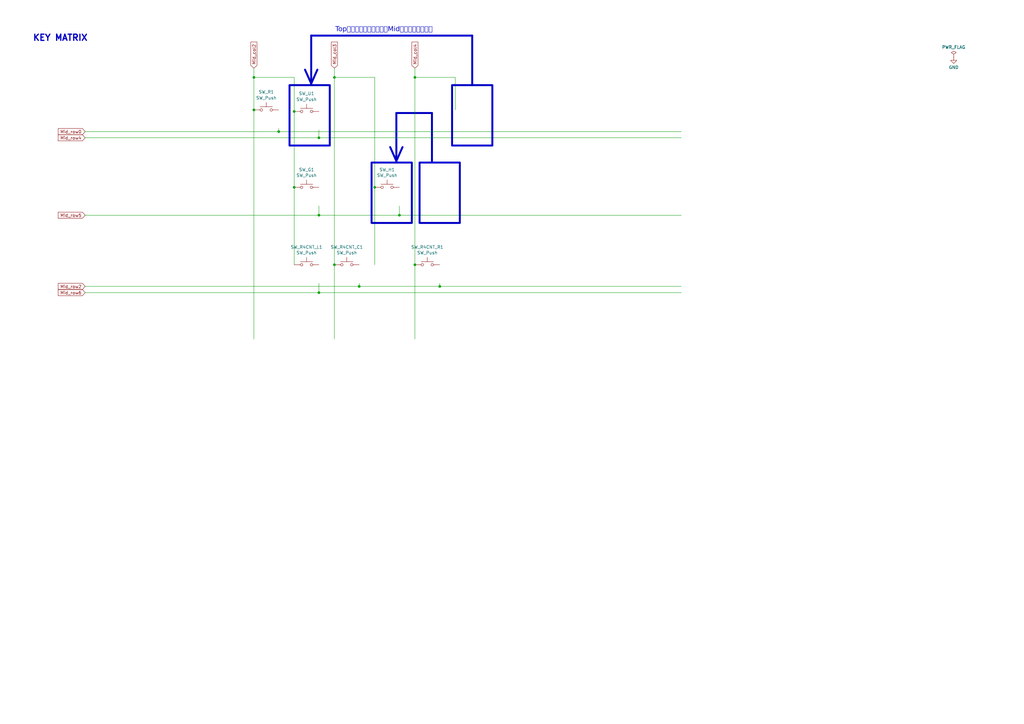
<source format=kicad_sch>
(kicad_sch (version 20231120) (generator "eeschema") (generator_version "8.0")
  (paper "A3")
  (title_block (title "Sandy") (date "2023-01-04") (rev "v.0") (company "@jpskenn"))
  (lib_symbols
    (symbol "Switch:SW_Push" (pin_numbers hide) (pin_names (offset 1.016) hide)
      (property "Reference" "SW" (at 1.27 2.54 0))
      (property "Value" "SW_Push" (at 0 -1.524 0))
      (symbol "SW_Push_0_1"
        (circle (center -2.032 0) (radius 0.508))
        (polyline (pts (xy 0 1.27) (xy 0 3.048)))
        (polyline (pts (xy 2.54 1.27) (xy -2.54 1.27)))
        (circle (center 2.032 0) (radius 0.508))
        (pin passive line (at -5.08 0 0) (length 2.54) (name "1") (number "1"))
        (pin passive line (at 5.08 0 180) (length 2.54) (name "2") (number "2"))
      )
    )
    (symbol "power:GND" (power) (pin_numbers hide) (pin_names (offset 0) hide)
      (property "Value" "GND" (at 0 -3.81 0))
      (symbol "GND_0_1"
        (polyline (pts (xy 0 0) (xy 0 -1.27) (xy 1.27 -1.27) (xy 0 -2.54) (xy -1.27 -1.27) (xy 0 -1.27)))
      )
      (symbol "GND_1_1"
        (pin power_in line (at 0 0 270) (length 0) (name "~") (number "1"))
      )
    )
    (symbol "power:PWR_FLAG" (power) (pin_numbers hide) (pin_names (offset 0) hide)
      (property "Value" "PWR_FLAG" (at 0 3.81 0))
      (symbol "PWR_FLAG_0_0"
        (pin power_out line (at 0 0 90) (length 0) (name "~") (number "1"))
      )
      (symbol "PWR_FLAG_0_1"
        (polyline (pts (xy 0 0) (xy 0 1.27) (xy -1.016 1.905) (xy 0 2.54) (xy 1.016 1.905) (xy 0 1.27)))
      )
    )
  )
  (bus_alias "def-a" (members "row0" "row5" "col0" "col1"))
  (junction (at 104.14 31.75))
  (junction (at 163.83 88.265))
  (junction (at 180.34 117.475))
  (junction (at 147.32 117.475))
  (junction (at 153.67 76.835))
  (junction (at 137.16 31.75))
  (junction (at 130.81 120.015))
  (junction (at 120.65 45.72))
  (junction (at 170.18 31.75))
  (junction (at 130.81 88.265))
  (junction (at 104.14 45.085))
  (junction (at 130.81 56.515))
  (junction (at 120.65 76.835))
  (junction (at 170.18 108.585))
  (junction (at 137.16 108.585))
  (junction (at 114.3 53.975))
  (polyline (pts (xy 193.675 34.925) (xy 193.675 14.605)) (stroke (width 0.8)))
  (wire (pts (xy 180.34 117.475) (xy 279.4 117.475)))
  (wire (pts (xy 114.3 53.975) (xy 279.4 53.975)))
  (wire (pts (xy 170.18 31.75) (xy 170.18 108.585)))
  (wire (pts (xy 163.83 84.455) (xy 163.83 88.265)))
  (wire (pts (xy 170.18 108.585) (xy 170.18 139.065)))
  (wire (pts (xy 34.925 88.265) (xy 130.81 88.265)))
  (wire (pts (xy 153.67 31.75) (xy 137.16 31.75)))
  (polyline (pts (xy 193.675 14.605) (xy 127.635 14.605)) (stroke (width 0.8)))
  (polyline (pts (xy 127.635 34.29) (xy 125.095 28.575)) (stroke (width 0.8)))
  (polyline (pts (xy 162.56 66.04) (xy 165.1 60.325)) (stroke (width 0.8)))
  (polyline (pts (xy 127.635 14.605) (xy 127.635 34.29)) (stroke (width 0.8)))
  (polyline (pts (xy 127.635 34.29) (xy 130.175 28.575)) (stroke (width 0.8)))
  (wire (pts (xy 104.14 31.75) (xy 104.14 45.085)))
  (wire (pts (xy 130.81 120.015) (xy 279.4 120.015)))
  (wire (pts (xy 120.65 31.75) (xy 120.65 45.72)))
  (wire (pts (xy 170.18 27.94) (xy 170.18 31.75)))
  (polyline (pts (xy 162.56 46.355) (xy 162.56 66.04)) (stroke (width 0.8)))
  (wire (pts (xy 137.16 27.94) (xy 137.16 31.75)))
  (wire (pts (xy 114.3 52.705) (xy 114.3 53.975)))
  (wire (pts (xy 153.67 76.835) (xy 153.67 108.585)))
  (wire (pts (xy 130.81 84.455) (xy 130.81 88.265)))
  (wire (pts (xy 34.925 120.015) (xy 130.81 120.015)))
  (wire (pts (xy 163.83 88.265) (xy 279.4 88.265)))
  (polyline (pts (xy 162.56 66.04) (xy 160.02 60.325)) (stroke (width 0.8)))
  (wire (pts (xy 186.69 31.75) (xy 186.69 45.085)))
  (wire (pts (xy 180.34 116.205) (xy 180.34 117.475)))
  (wire (pts (xy 104.14 27.94) (xy 104.14 31.75)))
  (wire (pts (xy 120.65 45.72) (xy 120.65 76.835)))
  (wire (pts (xy 186.69 31.75) (xy 170.18 31.75)))
  (polyline (pts (xy 177.165 66.675) (xy 177.165 46.355)) (stroke (width 0.8)))
  (polyline (pts (xy 177.165 46.355) (xy 162.56 46.355)) (stroke (width 0.8)))
  (wire (pts (xy 34.925 56.515) (xy 130.81 56.515)))
  (wire (pts (xy 104.14 45.085) (xy 104.14 139.065)))
  (wire (pts (xy 137.16 108.585) (xy 137.16 139.065)))
  (wire (pts (xy 130.81 116.205) (xy 130.81 120.015)))
  (wire (pts (xy 147.32 116.205) (xy 147.32 117.475)))
  (wire (pts (xy 153.67 31.75) (xy 153.67 76.835)))
  (wire (pts (xy 147.32 117.475) (xy 180.34 117.475)))
  (wire (pts (xy 34.925 53.975) (xy 114.3 53.975)))
  (wire (pts (xy 130.81 56.515) (xy 279.4 56.515)))
  (wire (pts (xy 130.81 53.34) (xy 130.81 56.515)))
  (wire (pts (xy 120.65 76.835) (xy 120.65 108.585)))
  (wire (pts (xy 120.65 31.75) (xy 104.14 31.75)))
  (wire (pts (xy 137.16 31.75) (xy 137.16 108.585)))
  (wire (pts (xy 130.81 88.265) (xy 163.83 88.265)))
  (wire (pts (xy 34.925 117.475) (xy 147.32 117.475)))
  (rectangle (start 172.085 66.675) (end 188.595 91.44) (stroke (width 0.8)))
  (rectangle (start 185.42 34.925) (end 201.93 59.69) (stroke (width 0.8)))
  (rectangle (start 118.745 34.925) (end 135.255 59.69) (stroke (width 0.8)))
  (rectangle (start 152.4 66.675) (end 168.91 91.44) (stroke (width 0.8)))
  (text "Topのピン数を減らすためMidのスイッチを移動\n" (at 157.48 12.7 0) (effects (font (size 2 2))))
  (text "KEY MATRIX" (at 13.335 17.145 0) (effects (font (size 2.54 2.54) (thickness 0.508) (bold yes)) (justify left bottom)))
  (global_label "Mid_row5" (shape input) (at 34.925 88.265 180) (property "Intersheetrefs" "${INTERSHEET_REFS}" (effects (hide yes))) (property "シート間のリファレンス" "${INTERSHEET_REFS}" (effects (hide yes))))
  (global_label "Mid_col3" (shape input) (at 137.16 27.94 90) (property "Intersheetrefs" "${INTERSHEET_REFS}" (effects (hide yes))) (property "シート間のリファレンス" "${INTERSHEET_REFS}" (effects (hide yes))))
  (global_label "Mid_col4" (shape input) (at 170.18 27.94 90) (property "Intersheetrefs" "${INTERSHEET_REFS}" (effects (hide yes))) (property "シート間のリファレンス" "${INTERSHEET_REFS}" (effects (hide yes))))
  (global_label "Mid_row2" (shape input) (at 34.925 117.475 180) (property "Intersheetrefs" "${INTERSHEET_REFS}" (effects (hide yes))) (property "シート間のリファレンス" "${INTERSHEET_REFS}" (effects (hide yes))))
  (global_label "Mid_row0" (shape input) (at 34.925 53.975 180) (property "Intersheetrefs" "${INTERSHEET_REFS}" (effects (hide yes))) (property "シート間のリファレンス" "${INTERSHEET_REFS}" (effects (hide yes))))
  (global_label "Mid_row4" (shape input) (at 34.925 56.515 180) (property "Intersheetrefs" "${INTERSHEET_REFS}" (effects (hide yes))) (property "シート間のリファレンス" "${INTERSHEET_REFS}" (effects (hide yes))))
  (global_label "Mid_col2" (shape input) (at 104.14 27.94 90) (property "Intersheetrefs" "${INTERSHEET_REFS}" (effects (hide yes))) (property "シート間のリファレンス" "${INTERSHEET_REFS}" (effects (hide yes))))
  (global_label "Mid_row6" (shape input) (at 34.925 120.015 180) (property "Intersheetrefs" "${INTERSHEET_REFS}" (effects (hide yes))) (property "シート間のリファレンス" "${INTERSHEET_REFS}" (effects (hide yes))))
  (symbol (lib_id "Switch:SW_Push") (at 158.75 76.835 0) (unit 1)
    (property "Reference" "SW_H1" (at 158.75 69.596 0))
    (property "Value" "SW_Push" (at 158.75 71.9074 0))
    (property "Footprint" "locallib:MX-Switch-Hole" (effects (hide yes)))
  )
  (symbol (lib_id "Switch:SW_Push") (at 109.22 45.085 0) (unit 1)
    (property "Reference" "SW_R1" (at 109.22 37.719 0))
    (property "Value" "SW_Push" (at 109.22 40.1574 0))
    (property "Footprint" "locallib:MX-Switch-Hole" (effects (hide yes)))
  )
  (symbol (lib_id "Switch:SW_Push") (at 175.26 108.585 0) (unit 1)
    (property "Reference" "SW_R4CNT_R1" (at 175.26 101.346 0))
    (property "Value" "SW_Push" (at 175.26 103.6574 0))
    (property "Footprint" "locallib:MX-Switch-Hole" (effects (hide yes)))
  )
  (symbol (lib_id "power:GND") (at 391.16 23.495 0) (unit 1)
    (property "Reference" "#PWR02" (effects (hide yes)))
    (property "Value" "GND" (at 391.16 27.6281 0))
    (property "Description" "Power symbol creates a global label with name \"GND\" , ground" (effects (hide yes)))
  )
  (symbol (lib_id "Switch:SW_Push") (at 125.73 45.72 0) (unit 1)
    (property "Reference" "SW_U1" (at 125.73 38.354 0))
    (property "Value" "SW_Push" (at 125.73 40.7924 0))
    (property "Footprint" "locallib:MX-Switch-Hole" (effects (hide yes)))
  )
  (symbol (lib_id "Switch:SW_Push") (at 125.73 76.835 0) (unit 1)
    (property "Reference" "SW_G1" (at 125.73 69.596 0))
    (property "Value" "SW_Push" (at 125.73 71.9074 0))
    (property "Footprint" "locallib:MX-Switch-Hole" (effects (hide yes)))
  )
  (symbol (lib_id "power:PWR_FLAG") (at 391.16 23.495 0) (unit 1)
    (property "Reference" "#FLG01" (effects (hide yes)))
    (property "Value" "PWR_FLAG" (at 391.16 19.3619 0))
    (property "Description" "Special symbol for telling ERC where power comes from" (effects (hide yes)))
  )
  (symbol (lib_id "Switch:SW_Push") (at 125.73 108.585 0) (unit 1)
    (property "Reference" "SW_R4CNT_L1" (at 125.73 101.346 0))
    (property "Value" "SW_Push" (at 125.73 103.6574 0))
    (property "Footprint" "locallib:MX-Switch-Hole" (effects (hide yes)))
  )
  (symbol (lib_id "Switch:SW_Push") (at 142.24 108.585 0) (unit 1)
    (property "Reference" "SW_R4CNT_C1" (at 142.24 101.346 0))
    (property "Value" "SW_Push" (at 142.24 103.6574 0))
    (property "Footprint" "locallib:MX-Switch-Hole" (effects (hide yes)))
  )
)
</source>
